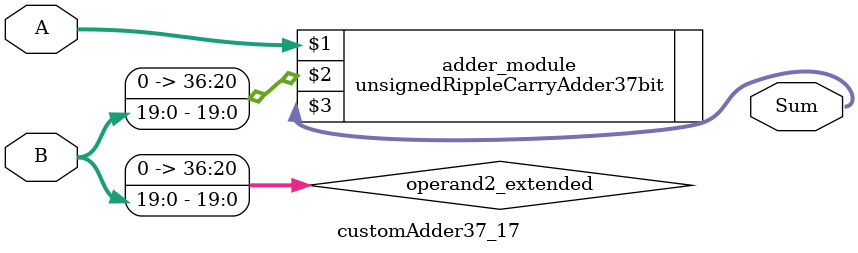
<source format=v>
module customAdder37_17(
                        input [36 : 0] A,
                        input [19 : 0] B,
                        
                        output [37 : 0] Sum
                );

        wire [36 : 0] operand2_extended;
        
        assign operand2_extended =  {17'b0, B};
        
        unsignedRippleCarryAdder37bit adder_module(
            A,
            operand2_extended,
            Sum
        );
        
        endmodule
        
</source>
